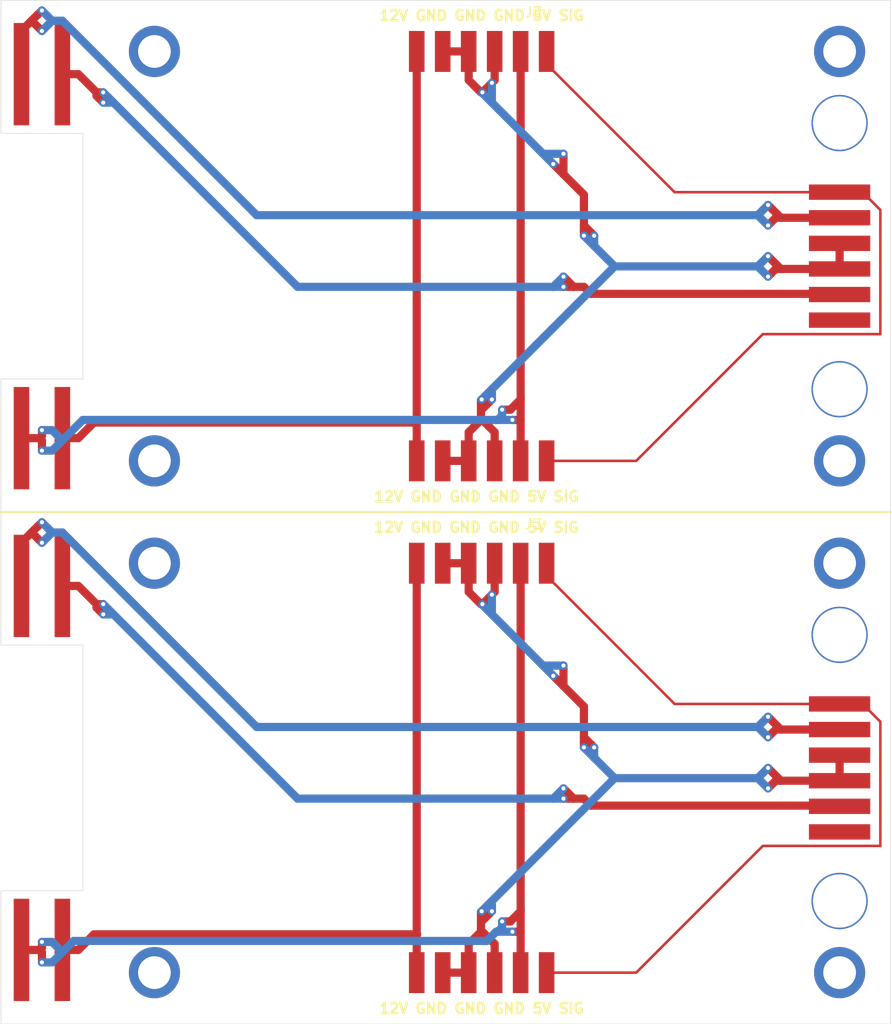
<source format=kicad_pcb>
(kicad_pcb (version 20171130) (host pcbnew "(5.0.0-rc2-60-gbfa89039c)")

  (general
    (thickness 0.6)
    (drawings 19)
    (tracks 291)
    (zones 0)
    (modules 22)
    (nets 8)
  )

  (page A4)
  (layers
    (0 F.Cu signal)
    (31 B.Cu signal)
    (32 B.Adhes user)
    (33 F.Adhes user)
    (34 B.Paste user)
    (35 F.Paste user)
    (36 B.SilkS user)
    (37 F.SilkS user)
    (38 B.Mask user)
    (39 F.Mask user)
    (40 Dwgs.User user)
    (41 Cmts.User user)
    (42 Eco1.User user)
    (43 Eco2.User user)
    (44 Edge.Cuts user)
    (45 Margin user)
    (46 B.CrtYd user)
    (47 F.CrtYd user)
    (48 B.Fab user)
    (49 F.Fab user)
  )

  (setup
    (last_trace_width 0.25)
    (user_trace_width 0.8)
    (trace_clearance 0.2)
    (zone_clearance 0.508)
    (zone_45_only no)
    (trace_min 0.2)
    (segment_width 0.2)
    (edge_width 0.05)
    (via_size 0.8)
    (via_drill 0.4)
    (via_min_size 0.45)
    (via_min_drill 0.3)
    (uvia_size 0.3)
    (uvia_drill 0.1)
    (uvias_allowed no)
    (uvia_min_size 0.2)
    (uvia_min_drill 0.1)
    (pcb_text_width 0.3)
    (pcb_text_size 1.5 1.5)
    (mod_edge_width 0.12)
    (mod_text_size 1 1)
    (mod_text_width 0.15)
    (pad_size 1.524 4)
    (pad_drill 0)
    (pad_to_mask_clearance 0.051)
    (solder_mask_min_width 0.25)
    (aux_axis_origin 0 0)
    (grid_origin 127 55)
    (visible_elements 7FFFFFFF)
    (pcbplotparams
      (layerselection 0x010f0_ffffffff)
      (usegerberextensions false)
      (usegerberattributes true)
      (usegerberadvancedattributes false)
      (creategerberjobfile false)
      (excludeedgelayer false)
      (linewidth 0.150000)
      (plotframeref false)
      (viasonmask false)
      (mode 1)
      (useauxorigin false)
      (hpglpennumber 1)
      (hpglpenspeed 20)
      (hpglpendiameter 15.000000)
      (psnegative false)
      (psa4output false)
      (plotreference true)
      (plotvalue true)
      (plotinvisibletext false)
      (padsonsilk true)
      (subtractmaskfromsilk false)
      (outputformat 1)
      (mirror false)
      (drillshape 0)
      (scaleselection 1)
      (outputdirectory Connector_Gerb/))
  )

  (net 0 "")
  (net 1 "Net-(J1-Pad2)")
  (net 2 "Net-(J1-Pad1)")
  (net 3 /GND)
  (net 4 "Net-(J1-Pad5)")
  (net 5 /5V)
  (net 6 /SIG)
  (net 7 "Net-(J2-Pad6)")

  (net_class Default "This is the default net class."
    (clearance 0.2)
    (trace_width 0.25)
    (via_dia 0.8)
    (via_drill 0.4)
    (uvia_dia 0.3)
    (uvia_drill 0.1)
    (add_net /5V)
    (add_net /GND)
    (add_net /SIG)
    (add_net "Net-(J1-Pad1)")
    (add_net "Net-(J1-Pad2)")
    (add_net "Net-(J1-Pad5)")
    (add_net "Net-(J2-Pad6)")
  )

  (module Battery_Connector_SMD:Battery_Connector_Pad_SMD (layer F.Cu) (tedit 5D4412C5) (tstamp 5D739432)
    (at 122 105 90)
    (path /5D43D52B)
    (fp_text reference J1 (at -8.89 2.46 90) (layer F.SilkS) hide
      (effects (font (size 1 1) (thickness 0.15)))
    )
    (fp_text value Conn_01x06_Female (at 0 -5 90) (layer F.Fab) hide
      (effects (font (size 1 1) (thickness 0.15)))
    )
    (pad 6 smd rect (at 6.25 0 90) (size 1.5 6) (layers F.Cu F.Mask)
      (net 6 /SIG))
    (pad 5 smd rect (at 3.75 0 90) (size 1.5 6) (layers F.Cu F.Mask)
      (net 4 "Net-(J1-Pad5)"))
    (pad 4 smd rect (at 1.25 0 90) (size 1.5 6) (layers F.Cu F.Mask)
      (net 3 /GND))
    (pad 3 smd rect (at -1.25 0 90) (size 1.5 6) (layers F.Cu F.Mask)
      (net 3 /GND))
    (pad 2 smd rect (at -3.75 0 90) (size 1.5 6) (layers F.Cu F.Mask)
      (net 1 "Net-(J1-Pad2)"))
    (pad 1 smd rect (at -6.25 0 90) (size 1.5 6) (layers F.Cu F.Mask)
      (net 2 "Net-(J1-Pad1)"))
  )

  (module Battery_Connector_SMD:SMD_Connector_6X (layer F.Cu) (tedit 5D433994) (tstamp 5D739429)
    (at 87 125 180)
    (path /5D439936)
    (fp_text reference J2 (at -5.08 3.81) (layer F.SilkS) hide
      (effects (font (size 1 1) (thickness 0.15)))
    )
    (fp_text value Conn_01x06_Female (at 0 -3.81) (layer F.Fab)
      (effects (font (size 1 1) (thickness 0.15)))
    )
    (pad 6 smd rect (at 6.35 0 180) (size 1.524 4) (layers F.Cu F.Paste F.Mask)
      (net 7 "Net-(J2-Pad6)"))
    (pad 5 smd rect (at 3.81 0 180) (size 1.524 4) (layers F.Cu F.Paste F.Mask)
      (net 3 /GND))
    (pad 4 smd rect (at 1.27 0 180) (size 1.524 4) (layers F.Cu F.Paste F.Mask)
      (net 3 /GND))
    (pad 3 smd rect (at -1.27 0 180) (size 1.524 4) (layers F.Cu F.Paste F.Mask)
      (net 3 /GND))
    (pad 2 smd rect (at -3.81 0 180) (size 1.524 4) (layers F.Cu F.Paste F.Mask)
      (net 5 /5V))
    (pad 1 smd rect (at -6.35 0 180) (size 1.524 4) (layers F.Cu F.Paste F.Mask)
      (net 6 /SIG))
  )

  (module Battery_Connector_SMD:ReedSwitchHole (layer F.Cu) (tedit 5D4412ED) (tstamp 5D739424)
    (at 46 105)
    (path /5D359854)
    (fp_text reference SW2 (at 2.54 -17.78 90) (layer F.SilkS) hide
      (effects (font (size 1 1) (thickness 0.15)))
    )
    (fp_text value SW_Reed (at -2.058 -18.034 90) (layer F.Fab)
      (effects (font (size 1 1) (thickness 0.15)))
    )
    (pad 2 smd rect (at 0 17.78) (size 1.524 10) (layers F.Cu F.Mask)
      (net 7 "Net-(J2-Pad6)"))
    (pad 1 smd rect (at 0 -17.78) (size 1.524 10) (layers F.Cu F.Mask)
      (net 1 "Net-(J1-Pad2)"))
  )

  (module Battery_Connector_SMD:Screw_Hole (layer F.Cu) (tedit 5D43645C) (tstamp 5D739420)
    (at 122 85)
    (path /5D3FA846)
    (fp_text reference H2 (at 0 0.5) (layer F.SilkS)
      (effects (font (size 1 1) (thickness 0.15)))
    )
    (fp_text value MountingHole (at 0 -0.5) (layer F.Fab)
      (effects (font (size 1 1) (thickness 0.15)))
    )
    (pad 1 thru_hole circle (at 0 0) (size 5 5) (drill 3.2) (layers *.Cu *.Mask))
  )

  (module Battery_Connector_SMD:Screw_Hole (layer F.Cu) (tedit 5D43645C) (tstamp 5D73941C)
    (at 122 125)
    (path /5D3FB48C)
    (fp_text reference H4 (at 0 0.5) (layer F.SilkS)
      (effects (font (size 1 1) (thickness 0.15)))
    )
    (fp_text value MountingHole (at 0 -0.5) (layer F.Fab)
      (effects (font (size 1 1) (thickness 0.15)))
    )
    (pad 1 thru_hole circle (at 0 0) (size 5 5) (drill 3.2) (layers *.Cu *.Mask))
  )

  (module Battery_Connector_SMD:Magnet_Hole (layer F.Cu) (tedit 5D43644A) (tstamp 5D739418)
    (at 122 92)
    (path /5D3FC5EE)
    (fp_text reference H6 (at 0 0.5) (layer F.SilkS)
      (effects (font (size 1 1) (thickness 0.15)))
    )
    (fp_text value MagnetHole (at 0 -0.5) (layer F.Fab)
      (effects (font (size 1 1) (thickness 0.15)))
    )
    (pad 1 thru_hole circle (at 0 0) (size 5.5 5.5) (drill 5.2) (layers *.Cu *.Mask))
  )

  (module Battery_Connector_SMD:SMD_Connector_6X (layer F.Cu) (tedit 5D433994) (tstamp 5D73940F)
    (at 87 85 180)
    (path /5D43FA10)
    (fp_text reference J3 (at -5.08 3.81 180) (layer F.SilkS)
      (effects (font (size 1 1) (thickness 0.15)))
    )
    (fp_text value Conn_01x06_Female (at 0 -3.81 180) (layer F.Fab)
      (effects (font (size 1 1) (thickness 0.15)))
    )
    (pad 6 smd rect (at 6.35 0 180) (size 1.524 4) (layers F.Cu F.Paste F.Mask)
      (net 7 "Net-(J2-Pad6)"))
    (pad 5 smd rect (at 3.81 0 180) (size 1.524 4) (layers F.Cu F.Paste F.Mask)
      (net 3 /GND))
    (pad 4 smd rect (at 1.27 0 180) (size 1.524 4) (layers F.Cu F.Paste F.Mask)
      (net 3 /GND))
    (pad 3 smd rect (at -1.27 0 180) (size 1.524 4) (layers F.Cu F.Paste F.Mask)
      (net 3 /GND))
    (pad 2 smd rect (at -3.81 0 180) (size 1.524 4) (layers F.Cu F.Paste F.Mask)
      (net 5 /5V))
    (pad 1 smd rect (at -6.35 0 180) (size 1.524 4) (layers F.Cu F.Paste F.Mask)
      (net 6 /SIG))
  )

  (module Battery_Connector_SMD:Screw_Hole (layer F.Cu) (tedit 5D43645C) (tstamp 5D73940B)
    (at 55 85)
    (path /5D3FB67A)
    (fp_text reference H1 (at 0 0.5) (layer F.SilkS)
      (effects (font (size 1 1) (thickness 0.15)))
    )
    (fp_text value MountingHole (at 0 -0.5) (layer F.Fab)
      (effects (font (size 1 1) (thickness 0.15)))
    )
    (pad 1 thru_hole circle (at 0 0) (size 5 5) (drill 3.2) (layers *.Cu *.Mask))
  )

  (module Battery_Connector_SMD:Magnet_Hole (layer F.Cu) (tedit 5D43644A) (tstamp 5D739407)
    (at 122 118)
    (path /5D3FC0F9)
    (fp_text reference H5 (at 0 0.5) (layer F.SilkS)
      (effects (font (size 1 1) (thickness 0.15)))
    )
    (fp_text value MagnetHole (at 0 -0.5) (layer F.Fab)
      (effects (font (size 1 1) (thickness 0.15)))
    )
    (pad 1 thru_hole circle (at 0 0) (size 5.5 5.5) (drill 5.2) (layers *.Cu *.Mask))
  )

  (module Battery_Connector_SMD:Screw_Hole (layer F.Cu) (tedit 5D43645C) (tstamp 5D739403)
    (at 55 125)
    (path /5D3FBE46)
    (fp_text reference H3 (at 0 0.5) (layer F.SilkS)
      (effects (font (size 1 1) (thickness 0.15)))
    )
    (fp_text value MountingHole (at 0 -0.5) (layer F.Fab)
      (effects (font (size 1 1) (thickness 0.15)))
    )
    (pad 1 thru_hole circle (at 0 0) (size 5 5) (drill 3.2) (layers *.Cu *.Mask))
  )

  (module Battery_Connector_SMD:ReedSwitchHole (layer F.Cu) (tedit 5D4412ED) (tstamp 5D7393FE)
    (at 42 105 180)
    (path /5D358843)
    (fp_text reference SW1 (at -1.942 -17.78 90) (layer F.SilkS) hide
      (effects (font (size 1 1) (thickness 0.15)))
    )
    (fp_text value SW_Reed (at 1.27 -17.78 90) (layer F.Fab) hide
      (effects (font (size 1 1) (thickness 0.15)))
    )
    (pad 2 smd rect (at 0 17.78 180) (size 1.524 10) (layers F.Cu F.Mask)
      (net 4 "Net-(J1-Pad5)"))
    (pad 1 smd rect (at 0 -17.78 180) (size 1.524 10) (layers F.Cu F.Mask)
      (net 5 /5V))
  )

  (module Battery_Connector_SMD:Magnet_Hole (layer F.Cu) (tedit 5D43644A) (tstamp 5D502B8E)
    (at 122 42)
    (path /5D3FC5EE)
    (fp_text reference H6 (at 0 0.5) (layer F.SilkS)
      (effects (font (size 1 1) (thickness 0.15)))
    )
    (fp_text value MagnetHole (at 0 -0.5) (layer F.Fab)
      (effects (font (size 1 1) (thickness 0.15)))
    )
    (pad 1 thru_hole circle (at 0 0) (size 5.5 5.5) (drill 5.2) (layers *.Cu *.Mask))
  )

  (module Battery_Connector_SMD:Magnet_Hole (layer F.Cu) (tedit 5D43644A) (tstamp 5D502B89)
    (at 122 68)
    (path /5D3FC0F9)
    (fp_text reference H5 (at 0 0.5) (layer F.SilkS)
      (effects (font (size 1 1) (thickness 0.15)))
    )
    (fp_text value MagnetHole (at 0 -0.5) (layer F.Fab)
      (effects (font (size 1 1) (thickness 0.15)))
    )
    (pad 1 thru_hole circle (at 0 0) (size 5.5 5.5) (drill 5.2) (layers *.Cu *.Mask))
  )

  (module Battery_Connector_SMD:Screw_Hole (layer F.Cu) (tedit 5D43645C) (tstamp 5D502B4C)
    (at 122 75)
    (path /5D3FB48C)
    (fp_text reference H4 (at 0 0.5) (layer F.SilkS)
      (effects (font (size 1 1) (thickness 0.15)))
    )
    (fp_text value MountingHole (at 0 -0.5) (layer F.Fab)
      (effects (font (size 1 1) (thickness 0.15)))
    )
    (pad 1 thru_hole circle (at 0 0) (size 5 5) (drill 3.2) (layers *.Cu *.Mask))
  )

  (module Battery_Connector_SMD:Screw_Hole (layer F.Cu) (tedit 5D43645C) (tstamp 5D502B47)
    (at 55 75)
    (path /5D3FBE46)
    (fp_text reference H3 (at 0 0.5) (layer F.SilkS)
      (effects (font (size 1 1) (thickness 0.15)))
    )
    (fp_text value MountingHole (at 0 -0.5) (layer F.Fab)
      (effects (font (size 1 1) (thickness 0.15)))
    )
    (pad 1 thru_hole circle (at 0 0) (size 5 5) (drill 3.2) (layers *.Cu *.Mask))
  )

  (module Battery_Connector_SMD:Screw_Hole (layer F.Cu) (tedit 5D43645C) (tstamp 5D502B42)
    (at 122 35)
    (path /5D3FA846)
    (fp_text reference H2 (at 0 0.5) (layer F.SilkS)
      (effects (font (size 1 1) (thickness 0.15)))
    )
    (fp_text value MountingHole (at 0 -0.5) (layer F.Fab)
      (effects (font (size 1 1) (thickness 0.15)))
    )
    (pad 1 thru_hole circle (at 0 0) (size 5 5) (drill 3.2) (layers *.Cu *.Mask))
  )

  (module Battery_Connector_SMD:Screw_Hole (layer F.Cu) (tedit 5D43645C) (tstamp 5D502B3D)
    (at 55 35)
    (path /5D3FB67A)
    (fp_text reference H1 (at 0 0.5) (layer F.SilkS)
      (effects (font (size 1 1) (thickness 0.15)))
    )
    (fp_text value MountingHole (at 0 -0.5) (layer F.Fab)
      (effects (font (size 1 1) (thickness 0.15)))
    )
    (pad 1 thru_hole circle (at 0 0) (size 5 5) (drill 3.2) (layers *.Cu *.Mask))
  )

  (module Battery_Connector_SMD:SMD_Connector_6X (layer F.Cu) (tedit 5D433994) (tstamp 5D502A1B)
    (at 87 35 180)
    (path /5D43FA10)
    (fp_text reference J3 (at -5.08 3.81 180) (layer F.SilkS)
      (effects (font (size 1 1) (thickness 0.15)))
    )
    (fp_text value Conn_01x06_Female (at 0 -3.81 180) (layer F.Fab)
      (effects (font (size 1 1) (thickness 0.15)))
    )
    (pad 6 smd rect (at 6.35 0 180) (size 1.524 4) (layers F.Cu F.Paste F.Mask)
      (net 7 "Net-(J2-Pad6)"))
    (pad 5 smd rect (at 3.81 0 180) (size 1.524 4) (layers F.Cu F.Paste F.Mask)
      (net 3 /GND))
    (pad 4 smd rect (at 1.27 0 180) (size 1.524 4) (layers F.Cu F.Paste F.Mask)
      (net 3 /GND))
    (pad 3 smd rect (at -1.27 0 180) (size 1.524 4) (layers F.Cu F.Paste F.Mask)
      (net 3 /GND))
    (pad 2 smd rect (at -3.81 0 180) (size 1.524 4) (layers F.Cu F.Paste F.Mask)
      (net 5 /5V))
    (pad 1 smd rect (at -6.35 0 180) (size 1.524 4) (layers F.Cu F.Paste F.Mask)
      (net 6 /SIG))
  )

  (module Battery_Connector_SMD:ReedSwitchHole (layer F.Cu) (tedit 5D4412ED) (tstamp 5D35E1EC)
    (at 46 55)
    (path /5D359854)
    (fp_text reference SW2 (at 2.54 -17.78 90) (layer F.SilkS) hide
      (effects (font (size 1 1) (thickness 0.15)))
    )
    (fp_text value SW_Reed (at -2.058 -18.034 90) (layer F.Fab)
      (effects (font (size 1 1) (thickness 0.15)))
    )
    (pad 2 smd rect (at 0 17.78) (size 1.524 10) (layers F.Cu F.Mask)
      (net 7 "Net-(J2-Pad6)"))
    (pad 1 smd rect (at 0 -17.78) (size 1.524 10) (layers F.Cu F.Mask)
      (net 1 "Net-(J1-Pad2)"))
  )

  (module Battery_Connector_SMD:ReedSwitchHole (layer F.Cu) (tedit 5D4412ED) (tstamp 5D43BBA4)
    (at 42 55 180)
    (path /5D358843)
    (fp_text reference SW1 (at -1.942 -17.78 90) (layer F.SilkS) hide
      (effects (font (size 1 1) (thickness 0.15)))
    )
    (fp_text value SW_Reed (at 1.27 -17.78 90) (layer F.Fab) hide
      (effects (font (size 1 1) (thickness 0.15)))
    )
    (pad 2 smd rect (at 0 17.78 180) (size 1.524 10) (layers F.Cu F.Mask)
      (net 4 "Net-(J1-Pad5)"))
    (pad 1 smd rect (at 0 -17.78 180) (size 1.524 10) (layers F.Cu F.Mask)
      (net 5 /5V))
  )

  (module Battery_Connector_SMD:SMD_Connector_6X (layer F.Cu) (tedit 5D433994) (tstamp 5D35E3BD)
    (at 87 75 180)
    (path /5D439936)
    (fp_text reference J2 (at -5.08 3.81) (layer F.SilkS) hide
      (effects (font (size 1 1) (thickness 0.15)))
    )
    (fp_text value Conn_01x06_Female (at 0 -3.81) (layer F.Fab)
      (effects (font (size 1 1) (thickness 0.15)))
    )
    (pad 6 smd rect (at 6.35 0 180) (size 1.524 4) (layers F.Cu F.Paste F.Mask)
      (net 7 "Net-(J2-Pad6)"))
    (pad 5 smd rect (at 3.81 0 180) (size 1.524 4) (layers F.Cu F.Paste F.Mask)
      (net 3 /GND))
    (pad 4 smd rect (at 1.27 0 180) (size 1.524 4) (layers F.Cu F.Paste F.Mask)
      (net 3 /GND))
    (pad 3 smd rect (at -1.27 0 180) (size 1.524 4) (layers F.Cu F.Paste F.Mask)
      (net 3 /GND))
    (pad 2 smd rect (at -3.81 0 180) (size 1.524 4) (layers F.Cu F.Paste F.Mask)
      (net 5 /5V))
    (pad 1 smd rect (at -6.35 0 180) (size 1.524 4) (layers F.Cu F.Paste F.Mask)
      (net 6 /SIG))
  )

  (module Battery_Connector_SMD:Battery_Connector_Pad_SMD (layer F.Cu) (tedit 5D4412C5) (tstamp 5D35E1A0)
    (at 122 55 90)
    (path /5D43D52B)
    (fp_text reference J1 (at -8.89 2.46 90) (layer F.SilkS) hide
      (effects (font (size 1 1) (thickness 0.15)))
    )
    (fp_text value Conn_01x06_Female (at 0 -5 90) (layer F.Fab) hide
      (effects (font (size 1 1) (thickness 0.15)))
    )
    (pad 6 smd rect (at 6.25 0 90) (size 1.5 6) (layers F.Cu F.Mask)
      (net 6 /SIG))
    (pad 5 smd rect (at 3.75 0 90) (size 1.5 6) (layers F.Cu F.Mask)
      (net 4 "Net-(J1-Pad5)"))
    (pad 4 smd rect (at 1.25 0 90) (size 1.5 6) (layers F.Cu F.Mask)
      (net 3 /GND))
    (pad 3 smd rect (at -1.25 0 90) (size 1.5 6) (layers F.Cu F.Mask)
      (net 3 /GND))
    (pad 2 smd rect (at -3.75 0 90) (size 1.5 6) (layers F.Cu F.Mask)
      (net 1 "Net-(J1-Pad2)"))
    (pad 1 smd rect (at -6.25 0 90) (size 1.5 6) (layers F.Cu F.Mask)
      (net 2 "Net-(J1-Pad1)"))
  )

  (gr_text "12V GND GND GND 5V SIG" (at 87 31.5) (layer F.SilkS) (tstamp 5D739582)
    (effects (font (size 1 1) (thickness 0.25)))
  )
  (gr_text "12V GND GND GND 5V SIG" (at 86.5 78.5) (layer F.SilkS) (tstamp 5D739582)
    (effects (font (size 1 1) (thickness 0.25)))
  )
  (gr_text "12V GND GND GND 5V SIG" (at 86.5 81.5) (layer F.SilkS) (tstamp 5D739582)
    (effects (font (size 1 1) (thickness 0.25)))
  )
  (gr_text "12V GND GND GND 5V SIG" (at 87 128.5) (layer F.SilkS)
    (effects (font (size 1 1) (thickness 0.25)))
  )
  (gr_line (start 127 130) (end 40 130) (layer Edge.Cuts) (width 0.05))
  (gr_line (start 40 117) (end 48 117) (layer Edge.Cuts) (width 0.05) (tstamp 5D7393E6))
  (gr_line (start 40 93) (end 40 80) (layer Edge.Cuts) (width 0.05) (tstamp 5D7393E5))
  (gr_line (start 48 117) (end 48 93) (layer Edge.Cuts) (width 0.05) (tstamp 5D7393E4))
  (gr_line (start 48 93) (end 40 93) (layer Edge.Cuts) (width 0.05) (tstamp 5D7393E3))
  (gr_line (start 40 130) (end 40 117) (layer Edge.Cuts) (width 0.05) (tstamp 5D7393E1))
  (gr_line (start 127 130) (end 127 80) (layer Edge.Cuts) (width 0.05) (tstamp 5D7393E0))
  (gr_line (start 40 80) (end 127 80) (layer F.SilkS) (width 0.2))
  (gr_line (start 127 80) (end 127 30) (layer Edge.Cuts) (width 0.05) (tstamp 5D43BC0C))
  (gr_line (start 40 43) (end 40 30) (layer Edge.Cuts) (width 0.05) (tstamp 5D43BBE5))
  (gr_line (start 48 43) (end 40 43) (layer Edge.Cuts) (width 0.05))
  (gr_line (start 48 67) (end 48 43) (layer Edge.Cuts) (width 0.05))
  (gr_line (start 40 67) (end 48 67) (layer Edge.Cuts) (width 0.05))
  (gr_line (start 40 80) (end 40 67) (layer Edge.Cuts) (width 0.05))
  (gr_line (start 40 30) (end 127 30) (layer Edge.Cuts) (width 0.05))

  (segment (start 47.562 37.22) (end 49.342 39) (width 0.8) (layer F.Cu) (net 1))
  (segment (start 46 37.22) (end 47.562 37.22) (width 0.8) (layer F.Cu) (net 1))
  (via (at 50 39) (size 0.8) (drill 0.4) (layers F.Cu B.Cu) (net 1))
  (segment (start 49.342 39) (end 50 39) (width 0.8) (layer F.Cu) (net 1))
  (segment (start 65 54) (end 69 58) (width 0.8) (layer B.Cu) (net 1))
  (via (at 95 58) (size 0.8) (drill 0.4) (layers F.Cu B.Cu) (net 1))
  (segment (start 121.933 58.683) (end 122 58.75) (width 0.8) (layer F.Cu) (net 1))
  (segment (start 97.683 58.683) (end 121.933 58.683) (width 0.8) (layer F.Cu) (net 1))
  (segment (start 97 58) (end 97.683 58.683) (width 0.8) (layer F.Cu) (net 1))
  (via (at 95 57) (size 0.8) (drill 0.4) (layers F.Cu B.Cu) (net 1))
  (segment (start 94 58) (end 95 57) (width 0.8) (layer B.Cu) (net 1))
  (segment (start 94 58) (end 95 58) (width 0.8) (layer B.Cu) (net 1))
  (segment (start 69 58) (end 94 58) (width 0.8) (layer B.Cu) (net 1))
  (segment (start 95 57) (end 96 58) (width 0.8) (layer F.Cu) (net 1))
  (segment (start 95 58) (end 96 58) (width 0.8) (layer F.Cu) (net 1))
  (segment (start 96 58) (end 97 58) (width 0.8) (layer F.Cu) (net 1))
  (via (at 50 40) (size 0.8) (drill 0.4) (layers F.Cu B.Cu) (net 1))
  (segment (start 51 40) (end 50 40) (width 0.8) (layer B.Cu) (net 1))
  (segment (start 51 40) (end 65 54) (width 0.8) (layer B.Cu) (net 1))
  (segment (start 50 39) (end 51 40) (width 0.8) (layer B.Cu) (net 1))
  (segment (start 49.342 39.342) (end 49.342 39) (width 0.8) (layer F.Cu) (net 1))
  (segment (start 50 40) (end 49.342 39.342) (width 0.8) (layer F.Cu) (net 1))
  (segment (start 121.933 108.683) (end 122 108.75) (width 0.8) (layer F.Cu) (net 1) (tstamp 5D73936C))
  (segment (start 69 108) (end 94 108) (width 0.8) (layer B.Cu) (net 1) (tstamp 5D73936D))
  (segment (start 94 108) (end 95 107) (width 0.8) (layer B.Cu) (net 1) (tstamp 5D73936E))
  (segment (start 51 90) (end 65 104) (width 0.8) (layer B.Cu) (net 1) (tstamp 5D73936F))
  (segment (start 97 108) (end 97.683 108.683) (width 0.8) (layer F.Cu) (net 1) (tstamp 5D739370))
  (segment (start 47.562 87.22) (end 49.342 89) (width 0.8) (layer F.Cu) (net 1) (tstamp 5D739371))
  (segment (start 95 107) (end 96 108) (width 0.8) (layer F.Cu) (net 1) (tstamp 5D739372))
  (segment (start 51 90) (end 50 90) (width 0.8) (layer B.Cu) (net 1) (tstamp 5D739373))
  (segment (start 46 87.22) (end 47.562 87.22) (width 0.8) (layer F.Cu) (net 1) (tstamp 5D739374))
  (segment (start 50 90) (end 49.342 89.342) (width 0.8) (layer F.Cu) (net 1) (tstamp 5D739375))
  (segment (start 49.342 89) (end 50 89) (width 0.8) (layer F.Cu) (net 1) (tstamp 5D739376))
  (segment (start 65 104) (end 69 108) (width 0.8) (layer B.Cu) (net 1) (tstamp 5D739377))
  (segment (start 94 108) (end 95 108) (width 0.8) (layer B.Cu) (net 1) (tstamp 5D739378))
  (segment (start 97.683 108.683) (end 121.933 108.683) (width 0.8) (layer F.Cu) (net 1) (tstamp 5D739379))
  (segment (start 49.342 89.342) (end 49.342 89) (width 0.8) (layer F.Cu) (net 1) (tstamp 5D73937A))
  (segment (start 95 108) (end 96 108) (width 0.8) (layer F.Cu) (net 1) (tstamp 5D73937B))
  (segment (start 96 108) (end 97 108) (width 0.8) (layer F.Cu) (net 1) (tstamp 5D73937C))
  (segment (start 50 89) (end 51 90) (width 0.8) (layer B.Cu) (net 1) (tstamp 5D73937D))
  (via (at 95 108) (size 0.8) (drill 0.4) (layers F.Cu B.Cu) (net 1) (tstamp 5D7393E8))
  (via (at 95 107) (size 0.8) (drill 0.4) (layers F.Cu B.Cu) (net 1) (tstamp 5D7393E9))
  (via (at 50 90) (size 0.8) (drill 0.4) (layers F.Cu B.Cu) (net 1) (tstamp 5D7393EB))
  (via (at 50 89) (size 0.8) (drill 0.4) (layers F.Cu B.Cu) (net 1) (tstamp 5D7393ED))
  (segment (start 122 56.25) (end 122 53.75) (width 0.8) (layer F.Cu) (net 3))
  (segment (start 88.27 35) (end 88.27 37.8) (width 0.8) (layer F.Cu) (net 3))
  (segment (start 85.73 37.8) (end 85.73 35) (width 0.8) (layer F.Cu) (net 3))
  (segment (start 86.93 39) (end 85.73 37.8) (width 0.8) (layer F.Cu) (net 3))
  (segment (start 87.07 39) (end 86.93 39) (width 0.8) (layer F.Cu) (net 3))
  (segment (start 85.73 72.2) (end 86.93 71) (width 0.8) (layer F.Cu) (net 3))
  (segment (start 85.73 75) (end 85.73 72.2) (width 0.8) (layer F.Cu) (net 3))
  (segment (start 88.27 72.2) (end 88.27 75) (width 0.8) (layer F.Cu) (net 3))
  (segment (start 87.07 71) (end 88.27 72.2) (width 0.8) (layer F.Cu) (net 3))
  (segment (start 86.93 71) (end 87.07 71) (width 0.8) (layer F.Cu) (net 3))
  (segment (start 86.93 71) (end 86.93 70.07) (width 0.8) (layer F.Cu) (net 3))
  (via (at 87 69) (size 0.8) (drill 0.4) (layers F.Cu B.Cu) (net 3))
  (segment (start 86.93 70.07) (end 86.93 69.07) (width 0.8) (layer F.Cu) (net 3))
  (segment (start 86.93 69.07) (end 87 69) (width 0.8) (layer F.Cu) (net 3))
  (segment (start 100 56) (end 114 56) (width 0.8) (layer B.Cu) (net 3))
  (via (at 115 55) (size 0.8) (drill 0.4) (layers F.Cu B.Cu) (net 3))
  (segment (start 114 56) (end 115 55) (width 0.8) (layer B.Cu) (net 3))
  (segment (start 116.25 56.25) (end 122 56.25) (width 0.8) (layer F.Cu) (net 3))
  (segment (start 115 55) (end 116.25 56.25) (width 0.8) (layer F.Cu) (net 3))
  (via (at 115 57) (size 0.8) (drill 0.4) (layers F.Cu B.Cu) (net 3))
  (segment (start 116.25 56.25) (end 115.75 56.25) (width 0.8) (layer F.Cu) (net 3))
  (segment (start 115.75 56.25) (end 115 57) (width 0.8) (layer F.Cu) (net 3))
  (segment (start 115 57) (end 114 56) (width 0.8) (layer B.Cu) (net 3))
  (via (at 97 53) (size 0.8) (drill 0.4) (layers F.Cu B.Cu) (net 3))
  (via (at 94 46) (size 0.8) (drill 0.4) (layers F.Cu B.Cu) (net 3))
  (via (at 87.07 39) (size 0.8) (drill 0.4) (layers F.Cu B.Cu) (net 3))
  (segment (start 87.07 39.07) (end 87.07 39) (width 0.8) (layer B.Cu) (net 3))
  (segment (start 88 68) (end 100 56) (width 0.8) (layer B.Cu) (net 3))
  (segment (start 87 69) (end 88 68) (width 0.8) (layer B.Cu) (net 3))
  (via (at 98 53) (size 0.8) (drill 0.4) (layers F.Cu B.Cu) (net 3))
  (segment (start 98 54) (end 98 53) (width 0.8) (layer B.Cu) (net 3))
  (segment (start 98 54) (end 97 53) (width 0.8) (layer B.Cu) (net 3))
  (segment (start 100 56) (end 98 54) (width 0.8) (layer B.Cu) (net 3))
  (segment (start 98 53) (end 97 52) (width 0.8) (layer F.Cu) (net 3))
  (segment (start 97 53) (end 97 52) (width 0.8) (layer F.Cu) (net 3))
  (segment (start 97 52) (end 97 49) (width 0.8) (layer F.Cu) (net 3))
  (via (at 95 45) (size 0.8) (drill 0.4) (layers F.Cu B.Cu) (net 3))
  (segment (start 95 47) (end 95 45) (width 0.8) (layer F.Cu) (net 3))
  (segment (start 95 47) (end 94 46) (width 0.8) (layer F.Cu) (net 3))
  (segment (start 97 49) (end 95 47) (width 0.8) (layer F.Cu) (net 3))
  (segment (start 95 45) (end 93 45) (width 0.8) (layer B.Cu) (net 3))
  (segment (start 94 46) (end 93 45) (width 0.8) (layer B.Cu) (net 3))
  (via (at 88 38.07) (size 0.8) (drill 0.4) (layers F.Cu B.Cu) (net 3))
  (segment (start 88 40) (end 88 38.07) (width 0.8) (layer B.Cu) (net 3))
  (segment (start 88 38.07) (end 87.07 39) (width 0.8) (layer F.Cu) (net 3))
  (segment (start 88.27 37.8) (end 88 38.07) (width 0.8) (layer F.Cu) (net 3))
  (segment (start 88 40) (end 87.07 39.07) (width 0.8) (layer B.Cu) (net 3))
  (segment (start 93 45) (end 88 40) (width 0.8) (layer B.Cu) (net 3))
  (segment (start 88 68) (end 88 68.434315) (width 0.8) (layer B.Cu) (net 3))
  (via (at 88 69) (size 0.8) (drill 0.4) (layers F.Cu B.Cu) (net 3))
  (segment (start 86.93 70.07) (end 88 69) (width 0.8) (layer F.Cu) (net 3))
  (segment (start 88 68.434315) (end 88 69) (width 0.8) (layer B.Cu) (net 3))
  (segment (start 83.19 75) (end 83.19 73.762) (width 0.8) (layer F.Cu) (net 3))
  (segment (start 83.19 35) (end 85.73 35) (width 0.8) (layer F.Cu) (net 3))
  (segment (start 83.19 75) (end 85.73 75) (width 0.8) (layer F.Cu) (net 3))
  (segment (start 83.19 85) (end 85.73 85) (width 0.8) (layer F.Cu) (net 3) (tstamp 5D739365))
  (segment (start 83.19 125) (end 85.73 125) (width 0.8) (layer F.Cu) (net 3) (tstamp 5D73936B))
  (segment (start 86.93 120.07) (end 86.93 119.07) (width 0.8) (layer F.Cu) (net 3) (tstamp 5D73937E))
  (segment (start 98 104) (end 98 103) (width 0.8) (layer B.Cu) (net 3) (tstamp 5D73937F))
  (segment (start 97 99) (end 95 97) (width 0.8) (layer F.Cu) (net 3) (tstamp 5D739380))
  (segment (start 85.73 87.8) (end 85.73 85) (width 0.8) (layer F.Cu) (net 3) (tstamp 5D739381))
  (segment (start 86.93 121) (end 86.93 120.07) (width 0.8) (layer F.Cu) (net 3) (tstamp 5D739382))
  (segment (start 116.25 106.25) (end 122 106.25) (width 0.8) (layer F.Cu) (net 3) (tstamp 5D739383))
  (segment (start 85.73 122.2) (end 86.93 121) (width 0.8) (layer F.Cu) (net 3) (tstamp 5D739384))
  (segment (start 100 106) (end 114 106) (width 0.8) (layer B.Cu) (net 3) (tstamp 5D739385))
  (segment (start 87 119) (end 88 118) (width 0.8) (layer B.Cu) (net 3) (tstamp 5D739386))
  (segment (start 97 102) (end 97 99) (width 0.8) (layer F.Cu) (net 3) (tstamp 5D739387))
  (segment (start 100 106) (end 98 104) (width 0.8) (layer B.Cu) (net 3) (tstamp 5D739388))
  (segment (start 115 107) (end 114 106) (width 0.8) (layer B.Cu) (net 3) (tstamp 5D739389))
  (segment (start 98 104) (end 97 103) (width 0.8) (layer B.Cu) (net 3) (tstamp 5D73938A))
  (segment (start 95 95) (end 93 95) (width 0.8) (layer B.Cu) (net 3) (tstamp 5D73938B))
  (segment (start 95 97) (end 94 96) (width 0.8) (layer F.Cu) (net 3) (tstamp 5D73938C))
  (segment (start 115 105) (end 116.25 106.25) (width 0.8) (layer F.Cu) (net 3) (tstamp 5D73938D))
  (segment (start 86.93 121) (end 87.07 121) (width 0.8) (layer F.Cu) (net 3) (tstamp 5D73938E))
  (segment (start 116.25 106.25) (end 115.75 106.25) (width 0.8) (layer F.Cu) (net 3) (tstamp 5D73938F))
  (segment (start 114 106) (end 115 105) (width 0.8) (layer B.Cu) (net 3) (tstamp 5D739390))
  (segment (start 115.75 106.25) (end 115 107) (width 0.8) (layer F.Cu) (net 3) (tstamp 5D739391))
  (segment (start 95 97) (end 95 95) (width 0.8) (layer F.Cu) (net 3) (tstamp 5D739392))
  (segment (start 88 90) (end 88 88.07) (width 0.8) (layer B.Cu) (net 3) (tstamp 5D739393))
  (segment (start 88.27 87.8) (end 88 88.07) (width 0.8) (layer F.Cu) (net 3) (tstamp 5D739394))
  (segment (start 93 95) (end 88 90) (width 0.8) (layer B.Cu) (net 3) (tstamp 5D739395))
  (segment (start 88.27 85) (end 88.27 87.8) (width 0.8) (layer F.Cu) (net 3) (tstamp 5D739396))
  (segment (start 86.93 89) (end 85.73 87.8) (width 0.8) (layer F.Cu) (net 3) (tstamp 5D739397))
  (segment (start 88.27 122.2) (end 88.27 125) (width 0.8) (layer F.Cu) (net 3) (tstamp 5D739398))
  (segment (start 86.93 119.07) (end 87 119) (width 0.8) (layer F.Cu) (net 3) (tstamp 5D739399))
  (segment (start 88 90) (end 87.07 89.07) (width 0.8) (layer B.Cu) (net 3) (tstamp 5D73939A))
  (segment (start 88 118) (end 100 106) (width 0.8) (layer B.Cu) (net 3) (tstamp 5D73939B))
  (segment (start 98 103) (end 97 102) (width 0.8) (layer F.Cu) (net 3) (tstamp 5D73939C))
  (segment (start 87.07 89) (end 86.93 89) (width 0.8) (layer F.Cu) (net 3) (tstamp 5D73939D))
  (segment (start 87.07 89.07) (end 87.07 89) (width 0.8) (layer B.Cu) (net 3) (tstamp 5D73939E))
  (segment (start 122 106.25) (end 122 103.75) (width 0.8) (layer F.Cu) (net 3) (tstamp 5D73939F))
  (segment (start 97 103) (end 97 102) (width 0.8) (layer F.Cu) (net 3) (tstamp 5D7393A0))
  (segment (start 94 96) (end 93 95) (width 0.8) (layer B.Cu) (net 3) (tstamp 5D7393A1))
  (segment (start 88 88.07) (end 87.07 89) (width 0.8) (layer F.Cu) (net 3) (tstamp 5D7393A2))
  (segment (start 85.73 125) (end 85.73 122.2) (width 0.8) (layer F.Cu) (net 3) (tstamp 5D7393A3))
  (segment (start 87.07 121) (end 88.27 122.2) (width 0.8) (layer F.Cu) (net 3) (tstamp 5D7393A4))
  (segment (start 88 118.434315) (end 88 119) (width 0.8) (layer B.Cu) (net 3) (tstamp 5D7393AC))
  (segment (start 86.93 120.07) (end 88 119) (width 0.8) (layer F.Cu) (net 3) (tstamp 5D7393B5))
  (segment (start 88 118) (end 88 118.434315) (width 0.8) (layer B.Cu) (net 3) (tstamp 5D7393B8))
  (segment (start 83.19 125) (end 83.19 123.762) (width 0.8) (layer F.Cu) (net 3) (tstamp 5D7393DF))
  (via (at 88 88.07) (size 0.8) (drill 0.4) (layers F.Cu B.Cu) (net 3) (tstamp 5D7393EA))
  (via (at 98 103) (size 0.8) (drill 0.4) (layers F.Cu B.Cu) (net 3) (tstamp 5D7393F0))
  (via (at 94 96) (size 0.8) (drill 0.4) (layers F.Cu B.Cu) (net 3) (tstamp 5D7393F2))
  (via (at 115 105) (size 0.8) (drill 0.4) (layers F.Cu B.Cu) (net 3) (tstamp 5D7393F3))
  (via (at 88 119) (size 0.8) (drill 0.4) (layers F.Cu B.Cu) (net 3) (tstamp 5D7393F4))
  (via (at 87.07 89) (size 0.8) (drill 0.4) (layers F.Cu B.Cu) (net 3) (tstamp 5D7393F5))
  (via (at 97 103) (size 0.8) (drill 0.4) (layers F.Cu B.Cu) (net 3) (tstamp 5D7393F8))
  (via (at 95 95) (size 0.8) (drill 0.4) (layers F.Cu B.Cu) (net 3) (tstamp 5D7393F9))
  (via (at 115 107) (size 0.8) (drill 0.4) (layers F.Cu B.Cu) (net 3) (tstamp 5D7393FA))
  (via (at 87 119) (size 0.8) (drill 0.4) (layers F.Cu B.Cu) (net 3) (tstamp 5D7393FB))
  (segment (start 42 32.982) (end 42 37.22) (width 0.8) (layer F.Cu) (net 4))
  (segment (start 122 51.25) (end 118.2 51.25) (width 0.8) (layer F.Cu) (net 4))
  (segment (start 43.562 31.42) (end 43.58 31.42) (width 0.8) (layer F.Cu) (net 4))
  (via (at 44 31) (size 0.8) (drill 0.4) (layers F.Cu B.Cu) (net 4))
  (segment (start 43.58 31.42) (end 44 31) (width 0.8) (layer F.Cu) (net 4))
  (segment (start 44 31) (end 45 32) (width 0.8) (layer B.Cu) (net 4))
  (segment (start 45 32) (end 44 33) (width 0.8) (layer B.Cu) (net 4))
  (segment (start 43 31.982) (end 43 32) (width 0.8) (layer F.Cu) (net 4))
  (segment (start 43 31.982) (end 42 32.982) (width 0.8) (layer F.Cu) (net 4))
  (segment (start 43.562 31.42) (end 43 31.982) (width 0.8) (layer F.Cu) (net 4))
  (via (at 44 33) (size 0.8) (drill 0.4) (layers F.Cu B.Cu) (net 4))
  (segment (start 43 32) (end 44 33) (width 0.8) (layer F.Cu) (net 4))
  (segment (start 45 32) (end 46 32) (width 0.8) (layer B.Cu) (net 4))
  (segment (start 46 32) (end 65 51) (width 0.8) (layer B.Cu) (net 4))
  (segment (start 65 51) (end 114 51) (width 0.8) (layer B.Cu) (net 4))
  (via (at 115 50) (size 0.8) (drill 0.4) (layers F.Cu B.Cu) (net 4))
  (segment (start 114 51) (end 115 50) (width 0.8) (layer B.Cu) (net 4))
  (segment (start 116.25 51.25) (end 118.2 51.25) (width 0.8) (layer F.Cu) (net 4))
  (segment (start 115 50) (end 116.25 51.25) (width 0.8) (layer F.Cu) (net 4))
  (via (at 115 52) (size 0.8) (drill 0.4) (layers F.Cu B.Cu) (net 4))
  (segment (start 114 51) (end 115 52) (width 0.8) (layer B.Cu) (net 4))
  (segment (start 115.75 51.25) (end 116.25 51.25) (width 0.8) (layer F.Cu) (net 4))
  (segment (start 115 52) (end 115.75 51.25) (width 0.8) (layer F.Cu) (net 4))
  (segment (start 44 81) (end 45 82) (width 0.8) (layer B.Cu) (net 4) (tstamp 5D7393A5))
  (segment (start 115.75 101.25) (end 116.25 101.25) (width 0.8) (layer F.Cu) (net 4) (tstamp 5D7393A6))
  (segment (start 43.562 81.42) (end 43.58 81.42) (width 0.8) (layer F.Cu) (net 4) (tstamp 5D7393A7))
  (segment (start 45 82) (end 46 82) (width 0.8) (layer B.Cu) (net 4) (tstamp 5D7393A8))
  (segment (start 115 100) (end 116.25 101.25) (width 0.8) (layer F.Cu) (net 4) (tstamp 5D7393A9))
  (segment (start 45 82) (end 44 83) (width 0.8) (layer B.Cu) (net 4) (tstamp 5D7393AA))
  (segment (start 43.562 81.42) (end 43 81.982) (width 0.8) (layer F.Cu) (net 4) (tstamp 5D7393AB))
  (segment (start 122 101.25) (end 118.2 101.25) (width 0.8) (layer F.Cu) (net 4) (tstamp 5D7393AD))
  (segment (start 43 81.982) (end 42 82.982) (width 0.8) (layer F.Cu) (net 4) (tstamp 5D7393AE))
  (segment (start 114 101) (end 115 100) (width 0.8) (layer B.Cu) (net 4) (tstamp 5D7393AF))
  (segment (start 116.25 101.25) (end 118.2 101.25) (width 0.8) (layer F.Cu) (net 4) (tstamp 5D7393B0))
  (segment (start 115 102) (end 115.75 101.25) (width 0.8) (layer F.Cu) (net 4) (tstamp 5D7393B1))
  (segment (start 114 101) (end 115 102) (width 0.8) (layer B.Cu) (net 4) (tstamp 5D7393B2))
  (segment (start 65 101) (end 114 101) (width 0.8) (layer B.Cu) (net 4) (tstamp 5D7393B3))
  (segment (start 43 82) (end 44 83) (width 0.8) (layer F.Cu) (net 4) (tstamp 5D7393B4))
  (segment (start 46 82) (end 65 101) (width 0.8) (layer B.Cu) (net 4) (tstamp 5D7393B6))
  (segment (start 43.58 81.42) (end 44 81) (width 0.8) (layer F.Cu) (net 4) (tstamp 5D7393B7))
  (segment (start 43 81.982) (end 43 82) (width 0.8) (layer F.Cu) (net 4) (tstamp 5D7393B9))
  (segment (start 42 82.982) (end 42 87.22) (width 0.8) (layer F.Cu) (net 4) (tstamp 5D7393BA))
  (via (at 44 81) (size 0.8) (drill 0.4) (layers F.Cu B.Cu) (net 4) (tstamp 5D7393EC))
  (via (at 115 100) (size 0.8) (drill 0.4) (layers F.Cu B.Cu) (net 4) (tstamp 5D7393EE))
  (via (at 115 102) (size 0.8) (drill 0.4) (layers F.Cu B.Cu) (net 4) (tstamp 5D7393EF))
  (via (at 44 83) (size 0.8) (drill 0.4) (layers F.Cu B.Cu) (net 4) (tstamp 5D7393F1))
  (segment (start 90.81 75) (end 90.81 76.302002) (width 0.8) (layer F.Cu) (net 5))
  (segment (start 42 77.018) (end 42 72.78) (width 0.8) (layer F.Cu) (net 5))
  (segment (start 90.81 35) (end 90.81 68.81) (width 0.8) (layer F.Cu) (net 5))
  (segment (start 42 72.78) (end 43.78 72.78) (width 0.8) (layer F.Cu) (net 5))
  (via (at 44 72) (size 0.8) (drill 0.4) (layers F.Cu B.Cu) (net 5))
  (segment (start 43.78 72.78) (end 44 72.56) (width 0.8) (layer F.Cu) (net 5))
  (segment (start 44 72.56) (end 44 72) (width 0.8) (layer F.Cu) (net 5))
  (segment (start 44 72) (end 45 72) (width 0.8) (layer B.Cu) (net 5))
  (segment (start 45 72) (end 46 73) (width 0.8) (layer B.Cu) (net 5))
  (segment (start 46 73) (end 45 74) (width 0.8) (layer B.Cu) (net 5))
  (via (at 44 74) (size 0.8) (drill 0.4) (layers F.Cu B.Cu) (net 5))
  (segment (start 45 74) (end 44 74) (width 0.8) (layer B.Cu) (net 5))
  (segment (start 44 73) (end 43.78 72.78) (width 0.8) (layer F.Cu) (net 5))
  (segment (start 44 74) (end 44 73) (width 0.8) (layer F.Cu) (net 5))
  (segment (start 90.81 68.81) (end 90.81 69) (width 0.8) (layer F.Cu) (net 5))
  (via (at 90 71) (size 0.8) (drill 0.4) (layers F.Cu B.Cu) (net 5))
  (segment (start 88.414226 71) (end 90 71) (width 0.8) (layer B.Cu) (net 5))
  (segment (start 90 71) (end 90.81 71) (width 0.8) (layer F.Cu) (net 5))
  (segment (start 90.81 69) (end 90.81 71) (width 0.8) (layer F.Cu) (net 5))
  (segment (start 90.81 71) (end 90.81 75) (width 0.8) (layer F.Cu) (net 5))
  (via (at 89.000024 70) (size 0.8) (drill 0.4) (layers F.Cu B.Cu) (net 5))
  (segment (start 89.81 70) (end 89.565709 70) (width 0.8) (layer F.Cu) (net 5))
  (segment (start 88.565709 71) (end 89.000024 70.565685) (width 0.8) (layer B.Cu) (net 5))
  (segment (start 89.565709 70) (end 89.000024 70) (width 0.8) (layer F.Cu) (net 5))
  (segment (start 90.81 69) (end 89.81 70) (width 0.8) (layer F.Cu) (net 5))
  (segment (start 89.000024 70.565685) (end 89.000024 70) (width 0.8) (layer B.Cu) (net 5))
  (segment (start 88.414226 71) (end 88.565709 71) (width 0.8) (layer B.Cu) (net 5))
  (segment (start 45 124) (end 44 124) (width 0.8) (layer B.Cu) (net 5) (tstamp 5D7393BB))
  (segment (start 90.81 119) (end 89.81 120) (width 0.8) (layer F.Cu) (net 5) (tstamp 5D7393BC))
  (segment (start 42 122.78) (end 43.78 122.78) (width 0.8) (layer F.Cu) (net 5) (tstamp 5D7393BE))
  (segment (start 44 122) (end 45 122) (width 0.8) (layer B.Cu) (net 5) (tstamp 5D7393BF))
  (segment (start 87.514227 121.899999) (end 88.414226 121) (width 0.8) (layer B.Cu) (net 5) (tstamp 5D7393C0))
  (segment (start 90.81 121) (end 90.81 125) (width 0.8) (layer F.Cu) (net 5) (tstamp 5D7393C1))
  (segment (start 90.81 119) (end 90.81 121) (width 0.8) (layer F.Cu) (net 5) (tstamp 5D7393C2))
  (segment (start 46 123) (end 45 124) (width 0.8) (layer B.Cu) (net 5) (tstamp 5D7393C4))
  (segment (start 45 122) (end 46 123) (width 0.8) (layer B.Cu) (net 5) (tstamp 5D7393C5))
  (segment (start 89.565709 120) (end 89.000024 120) (width 0.8) (layer F.Cu) (net 5) (tstamp 5D7393C6))
  (segment (start 88.414226 121) (end 88.565709 121) (width 0.8) (layer B.Cu) (net 5) (tstamp 5D7393C7))
  (segment (start 88.414226 121) (end 90 121) (width 0.8) (layer B.Cu) (net 5) (tstamp 5D7393C8))
  (segment (start 43.78 122.78) (end 44 122.56) (width 0.8) (layer F.Cu) (net 5) (tstamp 5D7393CC))
  (segment (start 88.565709 121) (end 89.000024 120.565685) (width 0.8) (layer B.Cu) (net 5) (tstamp 5D7393CD))
  (segment (start 42 127.018) (end 42 122.78) (width 0.8) (layer F.Cu) (net 5) (tstamp 5D7393CF))
  (segment (start 44 123) (end 43.78 122.78) (width 0.8) (layer F.Cu) (net 5) (tstamp 5D7393D0))
  (segment (start 46 123) (end 47.100001 121.899999) (width 0.8) (layer B.Cu) (net 5) (tstamp 5D7393D1))
  (segment (start 44 124) (end 44 123) (width 0.8) (layer F.Cu) (net 5) (tstamp 5D7393D2))
  (segment (start 90.81 118.81) (end 90.81 119) (width 0.8) (layer F.Cu) (net 5) (tstamp 5D7393D3))
  (segment (start 89.000024 120.565685) (end 89.000024 120) (width 0.8) (layer B.Cu) (net 5) (tstamp 5D7393D4))
  (segment (start 90.81 125) (end 90.81 126.302002) (width 0.8) (layer F.Cu) (net 5) (tstamp 5D7393D8))
  (segment (start 44 122.56) (end 44 122) (width 0.8) (layer F.Cu) (net 5) (tstamp 5D7393D9))
  (segment (start 90.81 85) (end 90.81 118.81) (width 0.8) (layer F.Cu) (net 5) (tstamp 5D7393DA))
  (segment (start 90 121) (end 90.81 121) (width 0.8) (layer F.Cu) (net 5) (tstamp 5D7393DB))
  (segment (start 89.81 120) (end 89.565709 120) (width 0.8) (layer F.Cu) (net 5) (tstamp 5D7393DD))
  (segment (start 47.100001 121.899999) (end 87.514227 121.899999) (width 0.8) (layer B.Cu) (net 5) (tstamp 5D7393DE))
  (via (at 44 122) (size 0.8) (drill 0.4) (layers F.Cu B.Cu) (net 5) (tstamp 5D7393F6))
  (via (at 44 124) (size 0.8) (drill 0.4) (layers F.Cu B.Cu) (net 5) (tstamp 5D7393F7))
  (via (at 89.000024 120) (size 0.8) (drill 0.4) (layers F.Cu B.Cu) (net 5) (tstamp 5D7393FC))
  (via (at 90 121) (size 0.8) (drill 0.4) (layers F.Cu B.Cu) (net 5) (tstamp 5D7393FD))
  (segment (start 48 71) (end 88.414226 71) (width 0.8) (layer B.Cu) (net 5))
  (segment (start 46 73) (end 48 71) (width 0.8) (layer B.Cu) (net 5))
  (segment (start 93.35 75) (end 93.35 73.762) (width 0.25) (layer F.Cu) (net 6))
  (segment (start 102.112 75) (end 93.35 75) (width 0.25) (layer F.Cu) (net 6))
  (segment (start 114.492 62.62) (end 102.112 75) (width 0.25) (layer F.Cu) (net 6))
  (segment (start 125.984 62.62) (end 114.492 62.62) (width 0.25) (layer F.Cu) (net 6))
  (segment (start 125.984 50.484) (end 125.984 62.62) (width 0.25) (layer F.Cu) (net 6))
  (segment (start 122 48.75) (end 124.25 48.75) (width 0.25) (layer F.Cu) (net 6))
  (segment (start 124.25 48.75) (end 125.984 50.484) (width 0.25) (layer F.Cu) (net 6))
  (segment (start 93.35 36.238) (end 93.35 35) (width 0.25) (layer F.Cu) (net 6))
  (segment (start 105.862 48.75) (end 93.35 36.238) (width 0.25) (layer F.Cu) (net 6))
  (segment (start 122 48.75) (end 105.862 48.75) (width 0.25) (layer F.Cu) (net 6))
  (segment (start 93.35 86.238) (end 93.35 85) (width 0.25) (layer F.Cu) (net 6) (tstamp 5D7393BD))
  (segment (start 125.984 112.62) (end 114.492 112.62) (width 0.25) (layer F.Cu) (net 6) (tstamp 5D7393C3))
  (segment (start 102.112 125) (end 93.35 125) (width 0.25) (layer F.Cu) (net 6) (tstamp 5D7393C9))
  (segment (start 122 98.75) (end 124.25 98.75) (width 0.25) (layer F.Cu) (net 6) (tstamp 5D7393CA))
  (segment (start 124.25 98.75) (end 125.984 100.484) (width 0.25) (layer F.Cu) (net 6) (tstamp 5D7393CB))
  (segment (start 125.984 100.484) (end 125.984 112.62) (width 0.25) (layer F.Cu) (net 6) (tstamp 5D7393CE))
  (segment (start 93.35 125) (end 93.35 123.762) (width 0.25) (layer F.Cu) (net 6) (tstamp 5D7393D5))
  (segment (start 114.492 112.62) (end 102.112 125) (width 0.25) (layer F.Cu) (net 6) (tstamp 5D7393D6))
  (segment (start 105.862 98.75) (end 93.35 86.238) (width 0.25) (layer F.Cu) (net 6) (tstamp 5D7393D7))
  (segment (start 122 98.75) (end 105.862 98.75) (width 0.25) (layer F.Cu) (net 6) (tstamp 5D7393DC))
  (segment (start 47.562 72.78) (end 46 72.78) (width 0.8) (layer F.Cu) (net 7))
  (segment (start 49.086 71.256) (end 47.562 72.78) (width 0.8) (layer F.Cu) (net 7))
  (segment (start 80.684 71.256) (end 49.086 71.256) (width 0.8) (layer F.Cu) (net 7))
  (segment (start 80.65 75) (end 80.65 71.29) (width 0.8) (layer F.Cu) (net 7))
  (segment (start 80.65 71.29) (end 80.684 71.256) (width 0.8) (layer F.Cu) (net 7))
  (segment (start 80.65 71.29) (end 80.65 35) (width 0.8) (layer F.Cu) (net 7))
  (segment (start 49.086 121.256) (end 47.562 122.78) (width 0.8) (layer F.Cu) (net 7) (tstamp 5D739364))
  (segment (start 80.684 121.256) (end 49.086 121.256) (width 0.8) (layer F.Cu) (net 7) (tstamp 5D739366))
  (segment (start 47.562 122.78) (end 46 122.78) (width 0.8) (layer F.Cu) (net 7) (tstamp 5D739367))
  (segment (start 80.65 125) (end 80.65 121.29) (width 0.8) (layer F.Cu) (net 7) (tstamp 5D739368))
  (segment (start 80.65 121.29) (end 80.684 121.256) (width 0.8) (layer F.Cu) (net 7) (tstamp 5D739369))
  (segment (start 80.65 121.29) (end 80.65 85) (width 0.8) (layer F.Cu) (net 7) (tstamp 5D73936A))

)

</source>
